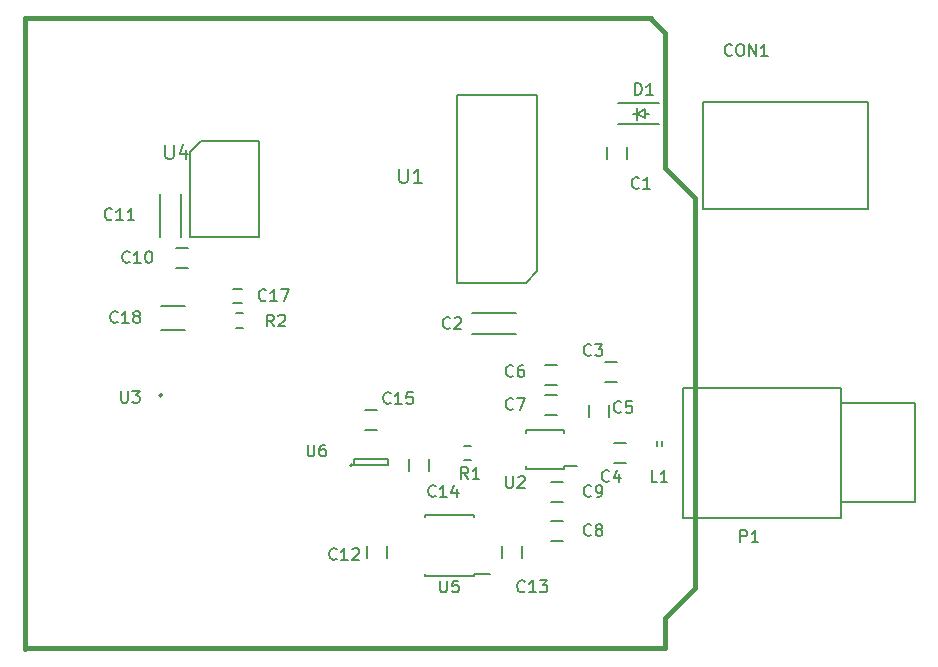
<source format=gbr>
G04 #@! TF.GenerationSoftware,KiCad,Pcbnew,5.1.4-5.1.4*
G04 #@! TF.CreationDate,2019-11-06T19:06:23+01:00*
G04 #@! TF.ProjectId,satscanner,73617473-6361-46e6-9e65-722e6b696361,rev?*
G04 #@! TF.SameCoordinates,Original*
G04 #@! TF.FileFunction,Legend,Top*
G04 #@! TF.FilePolarity,Positive*
%FSLAX46Y46*%
G04 Gerber Fmt 4.6, Leading zero omitted, Abs format (unit mm)*
G04 Created by KiCad (PCBNEW 5.1.4-5.1.4) date 2019-11-06 19:06:23*
%MOMM*%
%LPD*%
G04 APERTURE LIST*
%ADD10C,0.381000*%
%ADD11C,0.150000*%
%ADD12C,0.152400*%
%ADD13C,0.203200*%
G04 APERTURE END LIST*
D10*
X114670000Y-126846000D02*
X114670000Y-73546000D01*
X114670000Y-126796000D02*
X168870000Y-126796000D01*
X114670000Y-73446000D02*
X167720000Y-73446000D01*
X168910000Y-124206000D02*
X168910000Y-126746000D01*
X171450000Y-121666000D02*
X168910000Y-124206000D01*
X171450000Y-88646000D02*
X171450000Y-121666000D01*
X168910000Y-86106000D02*
X171450000Y-88646000D01*
X168910000Y-74676000D02*
X167640000Y-73406000D01*
X168910000Y-86106000D02*
X168910000Y-74676000D01*
D11*
X162472000Y-106180000D02*
X162472000Y-107180000D01*
X164172000Y-107180000D02*
X164172000Y-106180000D01*
X129639950Y-83807500D02*
X128639950Y-84807500D01*
X128639950Y-84807500D02*
X128639950Y-91960500D01*
X128639950Y-91960500D02*
X134504050Y-91960500D01*
X134504050Y-91960500D02*
X134504050Y-83807500D01*
X134504050Y-83807500D02*
X129639950Y-83807500D01*
X165696000Y-85336000D02*
X165696000Y-84336000D01*
X163996000Y-84336000D02*
X163996000Y-85336000D01*
X156286000Y-100214000D02*
X152586000Y-100214000D01*
X156286000Y-98414000D02*
X152586000Y-98414000D01*
X163838000Y-104228000D02*
X164838000Y-104228000D01*
X164838000Y-102528000D02*
X163838000Y-102528000D01*
X165600000Y-109386000D02*
X164600000Y-109386000D01*
X164600000Y-111086000D02*
X165600000Y-111086000D01*
X159758000Y-102782000D02*
X158758000Y-102782000D01*
X158758000Y-104482000D02*
X159758000Y-104482000D01*
X159758000Y-105322000D02*
X158758000Y-105322000D01*
X158758000Y-107022000D02*
X159758000Y-107022000D01*
X160266000Y-115990000D02*
X159266000Y-115990000D01*
X159266000Y-117690000D02*
X160266000Y-117690000D01*
X160266000Y-112688000D02*
X159266000Y-112688000D01*
X159266000Y-114388000D02*
X160266000Y-114388000D01*
X127516000Y-94576000D02*
X128516000Y-94576000D01*
X128516000Y-92876000D02*
X127516000Y-92876000D01*
X127900000Y-88316000D02*
X127900000Y-92016000D01*
X126100000Y-88316000D02*
X126100000Y-92016000D01*
X172082000Y-89582000D02*
X172082000Y-80582000D01*
X186082000Y-89582000D02*
X172082000Y-89582000D01*
X186082000Y-80582000D02*
X186082000Y-89582000D01*
X172082000Y-80582000D02*
X186082000Y-80582000D01*
X167195500Y-81534000D02*
X167576500Y-81534000D01*
X166179500Y-81534000D02*
X166560500Y-81534000D01*
X166560500Y-81534000D02*
X167195500Y-81153000D01*
X167195500Y-81153000D02*
X167195500Y-81915000D01*
X167195500Y-81915000D02*
X166560500Y-81534000D01*
X166560500Y-81026000D02*
X166560500Y-82042000D01*
X164878000Y-82434000D02*
X168418000Y-82434000D01*
X164878000Y-80634000D02*
X168418000Y-80634000D01*
X168622000Y-109274000D02*
X168622000Y-109674000D01*
X168182000Y-109674000D02*
X168182000Y-109274000D01*
X183822000Y-104736000D02*
X170422000Y-104736000D01*
X183822000Y-115736000D02*
X170422000Y-115736000D01*
X183822000Y-106036000D02*
X190022000Y-106036000D01*
X190022000Y-106036000D02*
X190022000Y-114436000D01*
X190022000Y-114436000D02*
X183822000Y-114436000D01*
X170442000Y-115736000D02*
X170422000Y-104736000D01*
X183822000Y-104736000D02*
X183822000Y-115736000D01*
D12*
X151846280Y-109636560D02*
X152445720Y-109636560D01*
X151846280Y-110835440D02*
X152445720Y-110835440D01*
X132600280Y-98450560D02*
X133199720Y-98450560D01*
X132600280Y-99649440D02*
X133199720Y-99649440D01*
D11*
X157091000Y-95834000D02*
X158091000Y-94834000D01*
X158091000Y-94834000D02*
X158091000Y-79934000D01*
X158091000Y-79934000D02*
X151281000Y-79934000D01*
X151281000Y-79934000D02*
X151281000Y-95834000D01*
X151281000Y-95834000D02*
X157091000Y-95834000D01*
X160375000Y-111607000D02*
X160375000Y-111382000D01*
X157125000Y-111607000D02*
X157125000Y-111382000D01*
X157125000Y-108357000D02*
X157125000Y-108582000D01*
X160375000Y-108357000D02*
X160375000Y-108582000D01*
X160375000Y-111607000D02*
X157125000Y-111607000D01*
X160375000Y-108357000D02*
X157125000Y-108357000D01*
X160375000Y-111382000D02*
X161450000Y-111382000D01*
D13*
X126354840Y-105384600D02*
G75*
G03X126354840Y-105384600I-142240J0D01*
G01*
D11*
X143676000Y-118118000D02*
X143676000Y-119118000D01*
X145376000Y-119118000D02*
X145376000Y-118118000D01*
X156806000Y-119118000D02*
X156806000Y-118118000D01*
X155106000Y-118118000D02*
X155106000Y-119118000D01*
X148932000Y-111752000D02*
X148932000Y-110752000D01*
X147232000Y-110752000D02*
X147232000Y-111752000D01*
X144518000Y-106592000D02*
X143518000Y-106592000D01*
X143518000Y-108292000D02*
X144518000Y-108292000D01*
X132350000Y-96350000D02*
X133050000Y-96350000D01*
X133050000Y-97550000D02*
X132350000Y-97550000D01*
X126254000Y-99831000D02*
X128254000Y-99831000D01*
X128254000Y-97781000D02*
X126254000Y-97781000D01*
X152697000Y-120685000D02*
X152697000Y-120540000D01*
X148547000Y-120685000D02*
X148547000Y-120540000D01*
X148547000Y-115535000D02*
X148547000Y-115680000D01*
X152697000Y-115535000D02*
X152697000Y-115680000D01*
X152697000Y-120685000D02*
X148547000Y-120685000D01*
X152697000Y-115535000D02*
X148547000Y-115535000D01*
X152697000Y-120540000D02*
X154097000Y-120540000D01*
X142568000Y-111248000D02*
X145468000Y-111248000D01*
X145468000Y-111248000D02*
X145468000Y-110748000D01*
X145468000Y-110748000D02*
X142568000Y-110748000D01*
X142568000Y-110748000D02*
X142568000Y-111248000D01*
X142418000Y-111298000D02*
G75*
G03X142418000Y-111298000I-100000J0D01*
G01*
X165187333Y-106783142D02*
X165139714Y-106830761D01*
X164996857Y-106878380D01*
X164901619Y-106878380D01*
X164758761Y-106830761D01*
X164663523Y-106735523D01*
X164615904Y-106640285D01*
X164568285Y-106449809D01*
X164568285Y-106306952D01*
X164615904Y-106116476D01*
X164663523Y-106021238D01*
X164758761Y-105926000D01*
X164901619Y-105878380D01*
X164996857Y-105878380D01*
X165139714Y-105926000D01*
X165187333Y-105973619D01*
X166092095Y-105878380D02*
X165615904Y-105878380D01*
X165568285Y-106354571D01*
X165615904Y-106306952D01*
X165711142Y-106259333D01*
X165949238Y-106259333D01*
X166044476Y-106306952D01*
X166092095Y-106354571D01*
X166139714Y-106449809D01*
X166139714Y-106687904D01*
X166092095Y-106783142D01*
X166044476Y-106830761D01*
X165949238Y-106878380D01*
X165711142Y-106878380D01*
X165615904Y-106830761D01*
X165568285Y-106783142D01*
X126593714Y-84178857D02*
X126593714Y-85150285D01*
X126650857Y-85264571D01*
X126708000Y-85321714D01*
X126822285Y-85378857D01*
X127050857Y-85378857D01*
X127165142Y-85321714D01*
X127222285Y-85264571D01*
X127279428Y-85150285D01*
X127279428Y-84178857D01*
X128365142Y-84578857D02*
X128365142Y-85378857D01*
X128079428Y-84121714D02*
X127793714Y-84978857D01*
X128536571Y-84978857D01*
X166683333Y-87807142D02*
X166635714Y-87854761D01*
X166492857Y-87902380D01*
X166397619Y-87902380D01*
X166254761Y-87854761D01*
X166159523Y-87759523D01*
X166111904Y-87664285D01*
X166064285Y-87473809D01*
X166064285Y-87330952D01*
X166111904Y-87140476D01*
X166159523Y-87045238D01*
X166254761Y-86950000D01*
X166397619Y-86902380D01*
X166492857Y-86902380D01*
X166635714Y-86950000D01*
X166683333Y-86997619D01*
X167635714Y-87902380D02*
X167064285Y-87902380D01*
X167350000Y-87902380D02*
X167350000Y-86902380D01*
X167254761Y-87045238D01*
X167159523Y-87140476D01*
X167064285Y-87188095D01*
X150709333Y-99671142D02*
X150661714Y-99718761D01*
X150518857Y-99766380D01*
X150423619Y-99766380D01*
X150280761Y-99718761D01*
X150185523Y-99623523D01*
X150137904Y-99528285D01*
X150090285Y-99337809D01*
X150090285Y-99194952D01*
X150137904Y-99004476D01*
X150185523Y-98909238D01*
X150280761Y-98814000D01*
X150423619Y-98766380D01*
X150518857Y-98766380D01*
X150661714Y-98814000D01*
X150709333Y-98861619D01*
X151090285Y-98861619D02*
X151137904Y-98814000D01*
X151233142Y-98766380D01*
X151471238Y-98766380D01*
X151566476Y-98814000D01*
X151614095Y-98861619D01*
X151661714Y-98956857D01*
X151661714Y-99052095D01*
X151614095Y-99194952D01*
X151042666Y-99766380D01*
X151661714Y-99766380D01*
X162647333Y-101957142D02*
X162599714Y-102004761D01*
X162456857Y-102052380D01*
X162361619Y-102052380D01*
X162218761Y-102004761D01*
X162123523Y-101909523D01*
X162075904Y-101814285D01*
X162028285Y-101623809D01*
X162028285Y-101480952D01*
X162075904Y-101290476D01*
X162123523Y-101195238D01*
X162218761Y-101100000D01*
X162361619Y-101052380D01*
X162456857Y-101052380D01*
X162599714Y-101100000D01*
X162647333Y-101147619D01*
X162980666Y-101052380D02*
X163599714Y-101052380D01*
X163266380Y-101433333D01*
X163409238Y-101433333D01*
X163504476Y-101480952D01*
X163552095Y-101528571D01*
X163599714Y-101623809D01*
X163599714Y-101861904D01*
X163552095Y-101957142D01*
X163504476Y-102004761D01*
X163409238Y-102052380D01*
X163123523Y-102052380D01*
X163028285Y-102004761D01*
X162980666Y-101957142D01*
X164171333Y-112625142D02*
X164123714Y-112672761D01*
X163980857Y-112720380D01*
X163885619Y-112720380D01*
X163742761Y-112672761D01*
X163647523Y-112577523D01*
X163599904Y-112482285D01*
X163552285Y-112291809D01*
X163552285Y-112148952D01*
X163599904Y-111958476D01*
X163647523Y-111863238D01*
X163742761Y-111768000D01*
X163885619Y-111720380D01*
X163980857Y-111720380D01*
X164123714Y-111768000D01*
X164171333Y-111815619D01*
X165028476Y-112053714D02*
X165028476Y-112720380D01*
X164790380Y-111672761D02*
X164552285Y-112387047D01*
X165171333Y-112387047D01*
X156043333Y-103735142D02*
X155995714Y-103782761D01*
X155852857Y-103830380D01*
X155757619Y-103830380D01*
X155614761Y-103782761D01*
X155519523Y-103687523D01*
X155471904Y-103592285D01*
X155424285Y-103401809D01*
X155424285Y-103258952D01*
X155471904Y-103068476D01*
X155519523Y-102973238D01*
X155614761Y-102878000D01*
X155757619Y-102830380D01*
X155852857Y-102830380D01*
X155995714Y-102878000D01*
X156043333Y-102925619D01*
X156900476Y-102830380D02*
X156710000Y-102830380D01*
X156614761Y-102878000D01*
X156567142Y-102925619D01*
X156471904Y-103068476D01*
X156424285Y-103258952D01*
X156424285Y-103639904D01*
X156471904Y-103735142D01*
X156519523Y-103782761D01*
X156614761Y-103830380D01*
X156805238Y-103830380D01*
X156900476Y-103782761D01*
X156948095Y-103735142D01*
X156995714Y-103639904D01*
X156995714Y-103401809D01*
X156948095Y-103306571D01*
X156900476Y-103258952D01*
X156805238Y-103211333D01*
X156614761Y-103211333D01*
X156519523Y-103258952D01*
X156471904Y-103306571D01*
X156424285Y-103401809D01*
X156043333Y-106529142D02*
X155995714Y-106576761D01*
X155852857Y-106624380D01*
X155757619Y-106624380D01*
X155614761Y-106576761D01*
X155519523Y-106481523D01*
X155471904Y-106386285D01*
X155424285Y-106195809D01*
X155424285Y-106052952D01*
X155471904Y-105862476D01*
X155519523Y-105767238D01*
X155614761Y-105672000D01*
X155757619Y-105624380D01*
X155852857Y-105624380D01*
X155995714Y-105672000D01*
X156043333Y-105719619D01*
X156376666Y-105624380D02*
X157043333Y-105624380D01*
X156614761Y-106624380D01*
X162647333Y-117197142D02*
X162599714Y-117244761D01*
X162456857Y-117292380D01*
X162361619Y-117292380D01*
X162218761Y-117244761D01*
X162123523Y-117149523D01*
X162075904Y-117054285D01*
X162028285Y-116863809D01*
X162028285Y-116720952D01*
X162075904Y-116530476D01*
X162123523Y-116435238D01*
X162218761Y-116340000D01*
X162361619Y-116292380D01*
X162456857Y-116292380D01*
X162599714Y-116340000D01*
X162647333Y-116387619D01*
X163218761Y-116720952D02*
X163123523Y-116673333D01*
X163075904Y-116625714D01*
X163028285Y-116530476D01*
X163028285Y-116482857D01*
X163075904Y-116387619D01*
X163123523Y-116340000D01*
X163218761Y-116292380D01*
X163409238Y-116292380D01*
X163504476Y-116340000D01*
X163552095Y-116387619D01*
X163599714Y-116482857D01*
X163599714Y-116530476D01*
X163552095Y-116625714D01*
X163504476Y-116673333D01*
X163409238Y-116720952D01*
X163218761Y-116720952D01*
X163123523Y-116768571D01*
X163075904Y-116816190D01*
X163028285Y-116911428D01*
X163028285Y-117101904D01*
X163075904Y-117197142D01*
X163123523Y-117244761D01*
X163218761Y-117292380D01*
X163409238Y-117292380D01*
X163504476Y-117244761D01*
X163552095Y-117197142D01*
X163599714Y-117101904D01*
X163599714Y-116911428D01*
X163552095Y-116816190D01*
X163504476Y-116768571D01*
X163409238Y-116720952D01*
X162647333Y-113895142D02*
X162599714Y-113942761D01*
X162456857Y-113990380D01*
X162361619Y-113990380D01*
X162218761Y-113942761D01*
X162123523Y-113847523D01*
X162075904Y-113752285D01*
X162028285Y-113561809D01*
X162028285Y-113418952D01*
X162075904Y-113228476D01*
X162123523Y-113133238D01*
X162218761Y-113038000D01*
X162361619Y-112990380D01*
X162456857Y-112990380D01*
X162599714Y-113038000D01*
X162647333Y-113085619D01*
X163123523Y-113990380D02*
X163314000Y-113990380D01*
X163409238Y-113942761D01*
X163456857Y-113895142D01*
X163552095Y-113752285D01*
X163599714Y-113561809D01*
X163599714Y-113180857D01*
X163552095Y-113085619D01*
X163504476Y-113038000D01*
X163409238Y-112990380D01*
X163218761Y-112990380D01*
X163123523Y-113038000D01*
X163075904Y-113085619D01*
X163028285Y-113180857D01*
X163028285Y-113418952D01*
X163075904Y-113514190D01*
X163123523Y-113561809D01*
X163218761Y-113609428D01*
X163409238Y-113609428D01*
X163504476Y-113561809D01*
X163552095Y-113514190D01*
X163599714Y-113418952D01*
X123563142Y-94083142D02*
X123515523Y-94130761D01*
X123372666Y-94178380D01*
X123277428Y-94178380D01*
X123134571Y-94130761D01*
X123039333Y-94035523D01*
X122991714Y-93940285D01*
X122944095Y-93749809D01*
X122944095Y-93606952D01*
X122991714Y-93416476D01*
X123039333Y-93321238D01*
X123134571Y-93226000D01*
X123277428Y-93178380D01*
X123372666Y-93178380D01*
X123515523Y-93226000D01*
X123563142Y-93273619D01*
X124515523Y-94178380D02*
X123944095Y-94178380D01*
X124229809Y-94178380D02*
X124229809Y-93178380D01*
X124134571Y-93321238D01*
X124039333Y-93416476D01*
X123944095Y-93464095D01*
X125134571Y-93178380D02*
X125229809Y-93178380D01*
X125325047Y-93226000D01*
X125372666Y-93273619D01*
X125420285Y-93368857D01*
X125467904Y-93559333D01*
X125467904Y-93797428D01*
X125420285Y-93987904D01*
X125372666Y-94083142D01*
X125325047Y-94130761D01*
X125229809Y-94178380D01*
X125134571Y-94178380D01*
X125039333Y-94130761D01*
X124991714Y-94083142D01*
X124944095Y-93987904D01*
X124896476Y-93797428D01*
X124896476Y-93559333D01*
X124944095Y-93368857D01*
X124991714Y-93273619D01*
X125039333Y-93226000D01*
X125134571Y-93178380D01*
X122057142Y-90457142D02*
X122009523Y-90504761D01*
X121866666Y-90552380D01*
X121771428Y-90552380D01*
X121628571Y-90504761D01*
X121533333Y-90409523D01*
X121485714Y-90314285D01*
X121438095Y-90123809D01*
X121438095Y-89980952D01*
X121485714Y-89790476D01*
X121533333Y-89695238D01*
X121628571Y-89600000D01*
X121771428Y-89552380D01*
X121866666Y-89552380D01*
X122009523Y-89600000D01*
X122057142Y-89647619D01*
X123009523Y-90552380D02*
X122438095Y-90552380D01*
X122723809Y-90552380D02*
X122723809Y-89552380D01*
X122628571Y-89695238D01*
X122533333Y-89790476D01*
X122438095Y-89838095D01*
X123961904Y-90552380D02*
X123390476Y-90552380D01*
X123676190Y-90552380D02*
X123676190Y-89552380D01*
X123580952Y-89695238D01*
X123485714Y-89790476D01*
X123390476Y-89838095D01*
X174553714Y-76557142D02*
X174506095Y-76604761D01*
X174363238Y-76652380D01*
X174268000Y-76652380D01*
X174125142Y-76604761D01*
X174029904Y-76509523D01*
X173982285Y-76414285D01*
X173934666Y-76223809D01*
X173934666Y-76080952D01*
X173982285Y-75890476D01*
X174029904Y-75795238D01*
X174125142Y-75700000D01*
X174268000Y-75652380D01*
X174363238Y-75652380D01*
X174506095Y-75700000D01*
X174553714Y-75747619D01*
X175172761Y-75652380D02*
X175363238Y-75652380D01*
X175458476Y-75700000D01*
X175553714Y-75795238D01*
X175601333Y-75985714D01*
X175601333Y-76319047D01*
X175553714Y-76509523D01*
X175458476Y-76604761D01*
X175363238Y-76652380D01*
X175172761Y-76652380D01*
X175077523Y-76604761D01*
X174982285Y-76509523D01*
X174934666Y-76319047D01*
X174934666Y-75985714D01*
X174982285Y-75795238D01*
X175077523Y-75700000D01*
X175172761Y-75652380D01*
X176029904Y-76652380D02*
X176029904Y-75652380D01*
X176601333Y-76652380D01*
X176601333Y-75652380D01*
X177601333Y-76652380D02*
X177029904Y-76652380D01*
X177315619Y-76652380D02*
X177315619Y-75652380D01*
X177220380Y-75795238D01*
X177125142Y-75890476D01*
X177029904Y-75938095D01*
X166361904Y-79952380D02*
X166361904Y-78952380D01*
X166600000Y-78952380D01*
X166742857Y-79000000D01*
X166838095Y-79095238D01*
X166885714Y-79190476D01*
X166933333Y-79380952D01*
X166933333Y-79523809D01*
X166885714Y-79714285D01*
X166838095Y-79809523D01*
X166742857Y-79904761D01*
X166600000Y-79952380D01*
X166361904Y-79952380D01*
X167885714Y-79952380D02*
X167314285Y-79952380D01*
X167600000Y-79952380D02*
X167600000Y-78952380D01*
X167504761Y-79095238D01*
X167409523Y-79190476D01*
X167314285Y-79238095D01*
X168235333Y-112720380D02*
X167759142Y-112720380D01*
X167759142Y-111720380D01*
X169092476Y-112720380D02*
X168521047Y-112720380D01*
X168806761Y-112720380D02*
X168806761Y-111720380D01*
X168711523Y-111863238D01*
X168616285Y-111958476D01*
X168521047Y-112006095D01*
X175283904Y-117800380D02*
X175283904Y-116800380D01*
X175664857Y-116800380D01*
X175760095Y-116848000D01*
X175807714Y-116895619D01*
X175855333Y-116990857D01*
X175855333Y-117133714D01*
X175807714Y-117228952D01*
X175760095Y-117276571D01*
X175664857Y-117324190D01*
X175283904Y-117324190D01*
X176807714Y-117800380D02*
X176236285Y-117800380D01*
X176522000Y-117800380D02*
X176522000Y-116800380D01*
X176426761Y-116943238D01*
X176331523Y-117038476D01*
X176236285Y-117086095D01*
X152233333Y-112466380D02*
X151900000Y-111990190D01*
X151661904Y-112466380D02*
X151661904Y-111466380D01*
X152042857Y-111466380D01*
X152138095Y-111514000D01*
X152185714Y-111561619D01*
X152233333Y-111656857D01*
X152233333Y-111799714D01*
X152185714Y-111894952D01*
X152138095Y-111942571D01*
X152042857Y-111990190D01*
X151661904Y-111990190D01*
X153185714Y-112466380D02*
X152614285Y-112466380D01*
X152900000Y-112466380D02*
X152900000Y-111466380D01*
X152804761Y-111609238D01*
X152709523Y-111704476D01*
X152614285Y-111752095D01*
X135783333Y-99552380D02*
X135450000Y-99076190D01*
X135211904Y-99552380D02*
X135211904Y-98552380D01*
X135592857Y-98552380D01*
X135688095Y-98600000D01*
X135735714Y-98647619D01*
X135783333Y-98742857D01*
X135783333Y-98885714D01*
X135735714Y-98980952D01*
X135688095Y-99028571D01*
X135592857Y-99076190D01*
X135211904Y-99076190D01*
X136164285Y-98647619D02*
X136211904Y-98600000D01*
X136307142Y-98552380D01*
X136545238Y-98552380D01*
X136640476Y-98600000D01*
X136688095Y-98647619D01*
X136735714Y-98742857D01*
X136735714Y-98838095D01*
X136688095Y-98980952D01*
X136116666Y-99552380D01*
X136735714Y-99552380D01*
X146405714Y-86210857D02*
X146405714Y-87182285D01*
X146462857Y-87296571D01*
X146520000Y-87353714D01*
X146634285Y-87410857D01*
X146862857Y-87410857D01*
X146977142Y-87353714D01*
X147034285Y-87296571D01*
X147091428Y-87182285D01*
X147091428Y-86210857D01*
X148291428Y-87410857D02*
X147605714Y-87410857D01*
X147948571Y-87410857D02*
X147948571Y-86210857D01*
X147834285Y-86382285D01*
X147720000Y-86496571D01*
X147605714Y-86553714D01*
X155448095Y-112228380D02*
X155448095Y-113037904D01*
X155495714Y-113133142D01*
X155543333Y-113180761D01*
X155638571Y-113228380D01*
X155829047Y-113228380D01*
X155924285Y-113180761D01*
X155971904Y-113133142D01*
X156019523Y-113037904D01*
X156019523Y-112228380D01*
X156448095Y-112323619D02*
X156495714Y-112276000D01*
X156590952Y-112228380D01*
X156829047Y-112228380D01*
X156924285Y-112276000D01*
X156971904Y-112323619D01*
X157019523Y-112418857D01*
X157019523Y-112514095D01*
X156971904Y-112656952D01*
X156400476Y-113228380D01*
X157019523Y-113228380D01*
X122838095Y-105002380D02*
X122838095Y-105811904D01*
X122885714Y-105907142D01*
X122933333Y-105954761D01*
X123028571Y-106002380D01*
X123219047Y-106002380D01*
X123314285Y-105954761D01*
X123361904Y-105907142D01*
X123409523Y-105811904D01*
X123409523Y-105002380D01*
X123790476Y-105002380D02*
X124409523Y-105002380D01*
X124076190Y-105383333D01*
X124219047Y-105383333D01*
X124314285Y-105430952D01*
X124361904Y-105478571D01*
X124409523Y-105573809D01*
X124409523Y-105811904D01*
X124361904Y-105907142D01*
X124314285Y-105954761D01*
X124219047Y-106002380D01*
X123933333Y-106002380D01*
X123838095Y-105954761D01*
X123790476Y-105907142D01*
X141089142Y-119229142D02*
X141041523Y-119276761D01*
X140898666Y-119324380D01*
X140803428Y-119324380D01*
X140660571Y-119276761D01*
X140565333Y-119181523D01*
X140517714Y-119086285D01*
X140470095Y-118895809D01*
X140470095Y-118752952D01*
X140517714Y-118562476D01*
X140565333Y-118467238D01*
X140660571Y-118372000D01*
X140803428Y-118324380D01*
X140898666Y-118324380D01*
X141041523Y-118372000D01*
X141089142Y-118419619D01*
X142041523Y-119324380D02*
X141470095Y-119324380D01*
X141755809Y-119324380D02*
X141755809Y-118324380D01*
X141660571Y-118467238D01*
X141565333Y-118562476D01*
X141470095Y-118610095D01*
X142422476Y-118419619D02*
X142470095Y-118372000D01*
X142565333Y-118324380D01*
X142803428Y-118324380D01*
X142898666Y-118372000D01*
X142946285Y-118419619D01*
X142993904Y-118514857D01*
X142993904Y-118610095D01*
X142946285Y-118752952D01*
X142374857Y-119324380D01*
X142993904Y-119324380D01*
X157007142Y-121957142D02*
X156959523Y-122004761D01*
X156816666Y-122052380D01*
X156721428Y-122052380D01*
X156578571Y-122004761D01*
X156483333Y-121909523D01*
X156435714Y-121814285D01*
X156388095Y-121623809D01*
X156388095Y-121480952D01*
X156435714Y-121290476D01*
X156483333Y-121195238D01*
X156578571Y-121100000D01*
X156721428Y-121052380D01*
X156816666Y-121052380D01*
X156959523Y-121100000D01*
X157007142Y-121147619D01*
X157959523Y-122052380D02*
X157388095Y-122052380D01*
X157673809Y-122052380D02*
X157673809Y-121052380D01*
X157578571Y-121195238D01*
X157483333Y-121290476D01*
X157388095Y-121338095D01*
X158292857Y-121052380D02*
X158911904Y-121052380D01*
X158578571Y-121433333D01*
X158721428Y-121433333D01*
X158816666Y-121480952D01*
X158864285Y-121528571D01*
X158911904Y-121623809D01*
X158911904Y-121861904D01*
X158864285Y-121957142D01*
X158816666Y-122004761D01*
X158721428Y-122052380D01*
X158435714Y-122052380D01*
X158340476Y-122004761D01*
X158292857Y-121957142D01*
X149471142Y-113895142D02*
X149423523Y-113942761D01*
X149280666Y-113990380D01*
X149185428Y-113990380D01*
X149042571Y-113942761D01*
X148947333Y-113847523D01*
X148899714Y-113752285D01*
X148852095Y-113561809D01*
X148852095Y-113418952D01*
X148899714Y-113228476D01*
X148947333Y-113133238D01*
X149042571Y-113038000D01*
X149185428Y-112990380D01*
X149280666Y-112990380D01*
X149423523Y-113038000D01*
X149471142Y-113085619D01*
X150423523Y-113990380D02*
X149852095Y-113990380D01*
X150137809Y-113990380D02*
X150137809Y-112990380D01*
X150042571Y-113133238D01*
X149947333Y-113228476D01*
X149852095Y-113276095D01*
X151280666Y-113323714D02*
X151280666Y-113990380D01*
X151042571Y-112942761D02*
X150804476Y-113657047D01*
X151423523Y-113657047D01*
X145661142Y-106021142D02*
X145613523Y-106068761D01*
X145470666Y-106116380D01*
X145375428Y-106116380D01*
X145232571Y-106068761D01*
X145137333Y-105973523D01*
X145089714Y-105878285D01*
X145042095Y-105687809D01*
X145042095Y-105544952D01*
X145089714Y-105354476D01*
X145137333Y-105259238D01*
X145232571Y-105164000D01*
X145375428Y-105116380D01*
X145470666Y-105116380D01*
X145613523Y-105164000D01*
X145661142Y-105211619D01*
X146613523Y-106116380D02*
X146042095Y-106116380D01*
X146327809Y-106116380D02*
X146327809Y-105116380D01*
X146232571Y-105259238D01*
X146137333Y-105354476D01*
X146042095Y-105402095D01*
X147518285Y-105116380D02*
X147042095Y-105116380D01*
X146994476Y-105592571D01*
X147042095Y-105544952D01*
X147137333Y-105497333D01*
X147375428Y-105497333D01*
X147470666Y-105544952D01*
X147518285Y-105592571D01*
X147565904Y-105687809D01*
X147565904Y-105925904D01*
X147518285Y-106021142D01*
X147470666Y-106068761D01*
X147375428Y-106116380D01*
X147137333Y-106116380D01*
X147042095Y-106068761D01*
X146994476Y-106021142D01*
X135105142Y-97307142D02*
X135057523Y-97354761D01*
X134914666Y-97402380D01*
X134819428Y-97402380D01*
X134676571Y-97354761D01*
X134581333Y-97259523D01*
X134533714Y-97164285D01*
X134486095Y-96973809D01*
X134486095Y-96830952D01*
X134533714Y-96640476D01*
X134581333Y-96545238D01*
X134676571Y-96450000D01*
X134819428Y-96402380D01*
X134914666Y-96402380D01*
X135057523Y-96450000D01*
X135105142Y-96497619D01*
X136057523Y-97402380D02*
X135486095Y-97402380D01*
X135771809Y-97402380D02*
X135771809Y-96402380D01*
X135676571Y-96545238D01*
X135581333Y-96640476D01*
X135486095Y-96688095D01*
X136390857Y-96402380D02*
X137057523Y-96402380D01*
X136628952Y-97402380D01*
X122547142Y-99163142D02*
X122499523Y-99210761D01*
X122356666Y-99258380D01*
X122261428Y-99258380D01*
X122118571Y-99210761D01*
X122023333Y-99115523D01*
X121975714Y-99020285D01*
X121928095Y-98829809D01*
X121928095Y-98686952D01*
X121975714Y-98496476D01*
X122023333Y-98401238D01*
X122118571Y-98306000D01*
X122261428Y-98258380D01*
X122356666Y-98258380D01*
X122499523Y-98306000D01*
X122547142Y-98353619D01*
X123499523Y-99258380D02*
X122928095Y-99258380D01*
X123213809Y-99258380D02*
X123213809Y-98258380D01*
X123118571Y-98401238D01*
X123023333Y-98496476D01*
X122928095Y-98544095D01*
X124070952Y-98686952D02*
X123975714Y-98639333D01*
X123928095Y-98591714D01*
X123880476Y-98496476D01*
X123880476Y-98448857D01*
X123928095Y-98353619D01*
X123975714Y-98306000D01*
X124070952Y-98258380D01*
X124261428Y-98258380D01*
X124356666Y-98306000D01*
X124404285Y-98353619D01*
X124451904Y-98448857D01*
X124451904Y-98496476D01*
X124404285Y-98591714D01*
X124356666Y-98639333D01*
X124261428Y-98686952D01*
X124070952Y-98686952D01*
X123975714Y-98734571D01*
X123928095Y-98782190D01*
X123880476Y-98877428D01*
X123880476Y-99067904D01*
X123928095Y-99163142D01*
X123975714Y-99210761D01*
X124070952Y-99258380D01*
X124261428Y-99258380D01*
X124356666Y-99210761D01*
X124404285Y-99163142D01*
X124451904Y-99067904D01*
X124451904Y-98877428D01*
X124404285Y-98782190D01*
X124356666Y-98734571D01*
X124261428Y-98686952D01*
X149860095Y-121062380D02*
X149860095Y-121871904D01*
X149907714Y-121967142D01*
X149955333Y-122014761D01*
X150050571Y-122062380D01*
X150241047Y-122062380D01*
X150336285Y-122014761D01*
X150383904Y-121967142D01*
X150431523Y-121871904D01*
X150431523Y-121062380D01*
X151383904Y-121062380D02*
X150907714Y-121062380D01*
X150860095Y-121538571D01*
X150907714Y-121490952D01*
X151002952Y-121443333D01*
X151241047Y-121443333D01*
X151336285Y-121490952D01*
X151383904Y-121538571D01*
X151431523Y-121633809D01*
X151431523Y-121871904D01*
X151383904Y-121967142D01*
X151336285Y-122014761D01*
X151241047Y-122062380D01*
X151002952Y-122062380D01*
X150907714Y-122014761D01*
X150860095Y-121967142D01*
X138638095Y-109552380D02*
X138638095Y-110361904D01*
X138685714Y-110457142D01*
X138733333Y-110504761D01*
X138828571Y-110552380D01*
X139019047Y-110552380D01*
X139114285Y-110504761D01*
X139161904Y-110457142D01*
X139209523Y-110361904D01*
X139209523Y-109552380D01*
X140114285Y-109552380D02*
X139923809Y-109552380D01*
X139828571Y-109600000D01*
X139780952Y-109647619D01*
X139685714Y-109790476D01*
X139638095Y-109980952D01*
X139638095Y-110361904D01*
X139685714Y-110457142D01*
X139733333Y-110504761D01*
X139828571Y-110552380D01*
X140019047Y-110552380D01*
X140114285Y-110504761D01*
X140161904Y-110457142D01*
X140209523Y-110361904D01*
X140209523Y-110123809D01*
X140161904Y-110028571D01*
X140114285Y-109980952D01*
X140019047Y-109933333D01*
X139828571Y-109933333D01*
X139733333Y-109980952D01*
X139685714Y-110028571D01*
X139638095Y-110123809D01*
M02*

</source>
